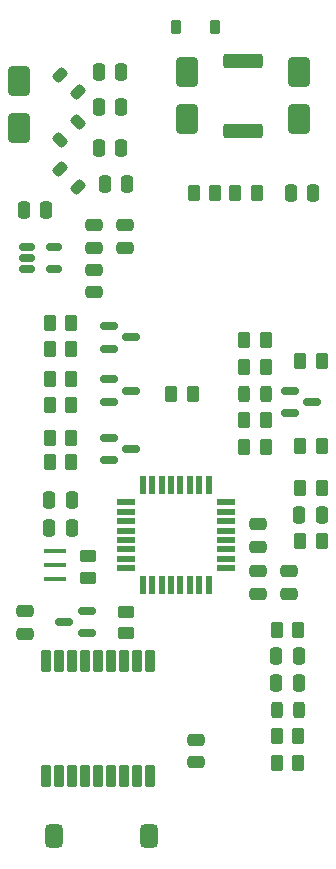
<source format=gbr>
%TF.GenerationSoftware,KiCad,Pcbnew,9.0.0*%
%TF.CreationDate,2025-04-10T21:29:29-05:00*%
%TF.ProjectId,ptSolar,7074536f-6c61-4722-9e6b-696361645f70,rev?*%
%TF.SameCoordinates,Original*%
%TF.FileFunction,Paste,Top*%
%TF.FilePolarity,Positive*%
%FSLAX46Y46*%
G04 Gerber Fmt 4.6, Leading zero omitted, Abs format (unit mm)*
G04 Created by KiCad (PCBNEW 9.0.0) date 2025-04-10 21:29:29*
%MOMM*%
%LPD*%
G01*
G04 APERTURE LIST*
G04 Aperture macros list*
%AMRoundRect*
0 Rectangle with rounded corners*
0 $1 Rounding radius*
0 $2 $3 $4 $5 $6 $7 $8 $9 X,Y pos of 4 corners*
0 Add a 4 corners polygon primitive as box body*
4,1,4,$2,$3,$4,$5,$6,$7,$8,$9,$2,$3,0*
0 Add four circle primitives for the rounded corners*
1,1,$1+$1,$2,$3*
1,1,$1+$1,$4,$5*
1,1,$1+$1,$6,$7*
1,1,$1+$1,$8,$9*
0 Add four rect primitives between the rounded corners*
20,1,$1+$1,$2,$3,$4,$5,0*
20,1,$1+$1,$4,$5,$6,$7,0*
20,1,$1+$1,$6,$7,$8,$9,0*
20,1,$1+$1,$8,$9,$2,$3,0*%
G04 Aperture macros list end*
%ADD10RoundRect,0.250000X-0.475000X0.250000X-0.475000X-0.250000X0.475000X-0.250000X0.475000X0.250000X0*%
%ADD11RoundRect,0.250000X0.262500X0.450000X-0.262500X0.450000X-0.262500X-0.450000X0.262500X-0.450000X0*%
%ADD12RoundRect,0.375000X0.375000X0.625000X-0.375000X0.625000X-0.375000X-0.625000X0.375000X-0.625000X0*%
%ADD13RoundRect,0.250000X-0.262500X-0.450000X0.262500X-0.450000X0.262500X0.450000X-0.262500X0.450000X0*%
%ADD14RoundRect,0.250000X0.475000X-0.250000X0.475000X0.250000X-0.475000X0.250000X-0.475000X-0.250000X0*%
%ADD15RoundRect,0.243750X-0.243750X-0.456250X0.243750X-0.456250X0.243750X0.456250X-0.243750X0.456250X0*%
%ADD16RoundRect,0.250000X-1.425000X0.362500X-1.425000X-0.362500X1.425000X-0.362500X1.425000X0.362500X0*%
%ADD17RoundRect,0.250000X0.250000X0.475000X-0.250000X0.475000X-0.250000X-0.475000X0.250000X-0.475000X0*%
%ADD18RoundRect,0.150000X-0.587500X-0.150000X0.587500X-0.150000X0.587500X0.150000X-0.587500X0.150000X0*%
%ADD19R,1.600000X0.550000*%
%ADD20R,0.550000X1.600000*%
%ADD21RoundRect,0.150000X-0.512500X-0.150000X0.512500X-0.150000X0.512500X0.150000X-0.512500X0.150000X0*%
%ADD22RoundRect,0.250000X-0.250000X-0.475000X0.250000X-0.475000X0.250000X0.475000X-0.250000X0.475000X0*%
%ADD23RoundRect,0.225000X0.225000X0.375000X-0.225000X0.375000X-0.225000X-0.375000X0.225000X-0.375000X0*%
%ADD24RoundRect,0.150000X0.587500X0.150000X-0.587500X0.150000X-0.587500X-0.150000X0.587500X-0.150000X0*%
%ADD25RoundRect,0.080000X0.320000X-0.820000X0.320000X0.820000X-0.320000X0.820000X-0.320000X-0.820000X0*%
%ADD26RoundRect,0.218750X0.114905X-0.424264X0.424264X-0.114905X-0.114905X0.424264X-0.424264X0.114905X0*%
%ADD27RoundRect,0.250000X-0.450000X0.262500X-0.450000X-0.262500X0.450000X-0.262500X0.450000X0.262500X0*%
%ADD28RoundRect,0.250000X0.650000X-1.000000X0.650000X1.000000X-0.650000X1.000000X-0.650000X-1.000000X0*%
%ADD29RoundRect,0.218750X0.424264X0.114905X0.114905X0.424264X-0.424264X-0.114905X-0.114905X-0.424264X0*%
%ADD30R,1.900000X0.400000*%
G04 APERTURE END LIST*
D10*
%TO.C,C12*%
X162600000Y-117050000D03*
X162600000Y-118950000D03*
%TD*%
D11*
%TO.C,R20*%
X160662500Y-106500000D03*
X158837500Y-106500000D03*
%TD*%
D12*
%TO.C,ANT1*%
X142750000Y-139500000D03*
X150750000Y-139500000D03*
%TD*%
D13*
%TO.C,R17*%
X158837500Y-97500000D03*
X160662500Y-97500000D03*
%TD*%
D11*
%TO.C,R7*%
X163432500Y-133250000D03*
X161607500Y-133250000D03*
%TD*%
D13*
%TO.C,R12*%
X142385974Y-103001526D03*
X144210974Y-103001526D03*
%TD*%
D14*
%TO.C,C7*%
X146125000Y-93400000D03*
X146125000Y-91500000D03*
%TD*%
D15*
%TO.C,D5*%
X158832500Y-102000000D03*
X160707500Y-102000000D03*
%TD*%
D16*
%TO.C,R1*%
X158750000Y-73810000D03*
X158750000Y-79735000D03*
%TD*%
D13*
%TO.C,R10*%
X142385974Y-107753052D03*
X144210974Y-107753052D03*
%TD*%
D17*
%TO.C,C16*%
X148950000Y-84250000D03*
X147050000Y-84250000D03*
%TD*%
%TO.C,C14*%
X163450000Y-126500000D03*
X161550000Y-126500000D03*
%TD*%
D13*
%TO.C,R21*%
X158837500Y-104250000D03*
X160662500Y-104250000D03*
%TD*%
%TO.C,R9*%
X158087500Y-85000000D03*
X159912500Y-85000000D03*
%TD*%
D18*
%TO.C,Q2*%
X147375000Y-100801526D03*
X147375000Y-102701526D03*
X149250000Y-101751526D03*
%TD*%
D19*
%TO.C,U2*%
X148800000Y-111200000D03*
X148800000Y-112000000D03*
X148800000Y-112800000D03*
X148800000Y-113600000D03*
X148800000Y-114400000D03*
X148800000Y-115200000D03*
X148800000Y-116000000D03*
X148800000Y-116800000D03*
D20*
X150250000Y-118250000D03*
X151050000Y-118250000D03*
X151850000Y-118250000D03*
X152650000Y-118250000D03*
X153450000Y-118250000D03*
X154250000Y-118250000D03*
X155050000Y-118250000D03*
X155850000Y-118250000D03*
D19*
X157300000Y-116800000D03*
X157300000Y-116000000D03*
X157300000Y-115200000D03*
X157300000Y-114400000D03*
X157300000Y-113600000D03*
X157300000Y-112800000D03*
X157300000Y-112000000D03*
X157300000Y-111200000D03*
D20*
X155850000Y-109750000D03*
X155050000Y-109750000D03*
X154250000Y-109750000D03*
X153450000Y-109750000D03*
X152650000Y-109750000D03*
X151850000Y-109750000D03*
X151050000Y-109750000D03*
X150250000Y-109750000D03*
%TD*%
D11*
%TO.C,R11*%
X144210974Y-105753052D03*
X142385974Y-105753052D03*
%TD*%
D21*
%TO.C,U1*%
X140487500Y-89550000D03*
X140487500Y-90500000D03*
X140487500Y-91450000D03*
X142762500Y-91450000D03*
X142762500Y-89550000D03*
%TD*%
D22*
%TO.C,C2*%
X163530000Y-112250000D03*
X165430000Y-112250000D03*
%TD*%
D10*
%TO.C,C11*%
X160000000Y-117050000D03*
X160000000Y-118950000D03*
%TD*%
D11*
%TO.C,R22*%
X154512500Y-102000000D03*
X152687500Y-102000000D03*
%TD*%
D23*
%TO.C,D3*%
X156400000Y-71000000D03*
X153100000Y-71000000D03*
%TD*%
D14*
%TO.C,C5*%
X154750000Y-133200000D03*
X154750000Y-131300000D03*
%TD*%
D24*
%TO.C,Q5*%
X145500000Y-122300000D03*
X145500000Y-120400000D03*
X143625000Y-121350000D03*
%TD*%
D17*
%TO.C,C10*%
X144250000Y-113400000D03*
X142350000Y-113400000D03*
%TD*%
D13*
%TO.C,R2*%
X163587500Y-109970000D03*
X165412500Y-109970000D03*
%TD*%
D10*
%TO.C,C8*%
X146125000Y-87750000D03*
X146125000Y-89650000D03*
%TD*%
D25*
%TO.C,U4*%
X150850000Y-124650000D03*
X149750000Y-124650000D03*
X148650000Y-124650000D03*
X147550000Y-124650000D03*
X146450000Y-124650000D03*
X145350000Y-124650000D03*
X144250000Y-124650000D03*
X143150000Y-124650000D03*
X142050000Y-124650000D03*
X142050000Y-134350000D03*
X143150000Y-134350000D03*
X144250000Y-134350000D03*
X145350000Y-134350000D03*
X146450000Y-134350000D03*
X147550000Y-134350000D03*
X148650000Y-134350000D03*
X149750000Y-134350000D03*
X150850000Y-134350000D03*
%TD*%
D26*
%TO.C,L2*%
X143248699Y-80501301D03*
X144751301Y-78998699D03*
%TD*%
D27*
%TO.C,R23*%
X148800000Y-120487500D03*
X148800000Y-122312500D03*
%TD*%
D17*
%TO.C,C18*%
X148450000Y-77750000D03*
X146550000Y-77750000D03*
%TD*%
D27*
%TO.C,R6*%
X145600000Y-115787500D03*
X145600000Y-117612500D03*
%TD*%
D28*
%TO.C,D1*%
X139750000Y-79500000D03*
X139750000Y-75500000D03*
%TD*%
D17*
%TO.C,C19*%
X148450000Y-74750000D03*
X146550000Y-74750000D03*
%TD*%
D13*
%TO.C,R4*%
X158837500Y-99727500D03*
X160662500Y-99727500D03*
%TD*%
D11*
%TO.C,R3*%
X165412500Y-114500000D03*
X163587500Y-114500000D03*
%TD*%
%TO.C,R19*%
X165412500Y-99250000D03*
X163587500Y-99250000D03*
%TD*%
D10*
%TO.C,C9*%
X148750000Y-87750000D03*
X148750000Y-89650000D03*
%TD*%
D14*
%TO.C,C13*%
X160000000Y-114950000D03*
X160000000Y-113050000D03*
%TD*%
D18*
%TO.C,Q4*%
X162712500Y-101756250D03*
X162712500Y-103656250D03*
X164587500Y-102706250D03*
%TD*%
D22*
%TO.C,C6*%
X140175000Y-86450000D03*
X142075000Y-86450000D03*
%TD*%
%TO.C,C15*%
X161550000Y-124250000D03*
X163450000Y-124250000D03*
%TD*%
D11*
%TO.C,R13*%
X144210974Y-100751526D03*
X142385974Y-100751526D03*
%TD*%
D29*
%TO.C,L1*%
X144751301Y-84501301D03*
X143248699Y-82998699D03*
%TD*%
D30*
%TO.C,Y1*%
X142850000Y-117700000D03*
X142850000Y-116500000D03*
X142850000Y-115300000D03*
%TD*%
D29*
%TO.C,L3*%
X144751301Y-76501301D03*
X143248699Y-74998699D03*
%TD*%
D17*
%TO.C,C4*%
X164700000Y-85000000D03*
X162800000Y-85000000D03*
%TD*%
D13*
%TO.C,R5*%
X161607500Y-131000000D03*
X163432500Y-131000000D03*
%TD*%
D15*
%TO.C,D6*%
X161602500Y-128750000D03*
X163477500Y-128750000D03*
%TD*%
D13*
%TO.C,R16*%
X161587500Y-122000000D03*
X163412500Y-122000000D03*
%TD*%
D28*
%TO.C,D2*%
X163500000Y-78750000D03*
X163500000Y-74750000D03*
%TD*%
D13*
%TO.C,R14*%
X142385974Y-98250000D03*
X144210974Y-98250000D03*
%TD*%
D18*
%TO.C,Q3*%
X147375000Y-96300000D03*
X147375000Y-98200000D03*
X149250000Y-97250000D03*
%TD*%
D13*
%TO.C,R8*%
X154587500Y-85000000D03*
X156412500Y-85000000D03*
%TD*%
D11*
%TO.C,R18*%
X165412500Y-106456250D03*
X163587500Y-106456250D03*
%TD*%
D22*
%TO.C,C3*%
X142328474Y-111000000D03*
X144228474Y-111000000D03*
%TD*%
D28*
%TO.C,D4*%
X154000000Y-78750000D03*
X154000000Y-74750000D03*
%TD*%
D18*
%TO.C,Q1*%
X147375000Y-105753052D03*
X147375000Y-107653052D03*
X149250000Y-106703052D03*
%TD*%
D17*
%TO.C,C17*%
X148450000Y-81250000D03*
X146550000Y-81250000D03*
%TD*%
D11*
%TO.C,R15*%
X144210974Y-96000000D03*
X142385974Y-96000000D03*
%TD*%
D14*
%TO.C,C20*%
X140300000Y-122350000D03*
X140300000Y-120450000D03*
%TD*%
M02*

</source>
